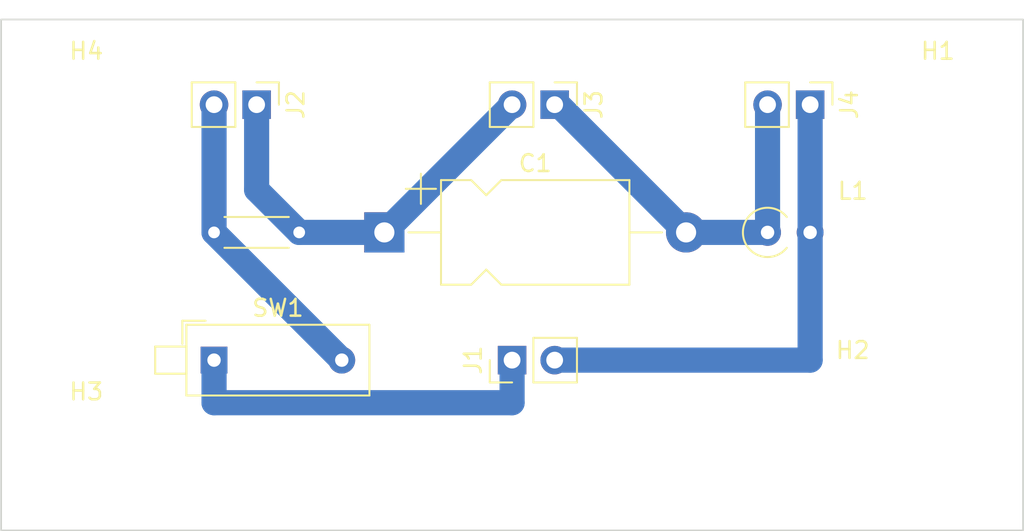
<source format=kicad_pcb>
(kicad_pcb (version 20221018) (generator pcbnew)
  (layers (0 "F.Cu" signal) (31 "B.Cu" signal) (34 "B.Paste" user) (35 "F.Paste" user) (36 "B.SilkS" user "B.Silkscreen") (37 "F.SilkS" user "F.Silkscreen") (38 "B.Mask" user) (39 "F.Mask" user) (44 "Edge.Cuts" user))
  (net 0 "")
  (net 1 "Net-(J2-Pin_1)")
  (net 2 "Net-(J3-Pin_1)")
  (net 3 "Net-(J1-Pin_1)")
  (net 4 "Net-(J1-Pin_2)")
  (net 5 "Net-(J2-Pin_2)")
  (footprint "MountingHole:MountingHole_2.2mm_M2" (layer "F.Cu") (at 187.96 68.58)
    (fp_text reference "H1" (at 0 -3.2) (layer "F.SilkS"))
    (fp_text value "MountingHole")
    (pad "" np_thru_hole circle (at 0 0) (size 2.2 2.2) (drill 2.2) (layers "*.Cu" "*.Mask"))
  )
  (footprint "Capacitor_THT:CP_Axial_L11.0mm_D6.0mm_P18.00mm_Horizontal" (layer "F.Cu") (at 154.94 76.2)
    (fp_text reference "C1" (at 9 -4.12) (layer "F.SilkS"))
    (fp_text value "C")
    (fp_line (start 1.28 -2.6) (end 3.08 -2.6) (stroke (width 0.12)) (layer "F.SilkS"))
    (fp_line (start 1.44 0) (end 3.38 0) (stroke (width 0.12)) (layer "F.SilkS"))
    (fp_line (start 2.18 -3.5) (end 2.18 -1.7) (stroke (width 0.12)) (layer "F.SilkS"))
    (fp_line (start 3.38 -3.12) (end 3.38 3.12) (stroke (width 0.12)) (layer "F.SilkS"))
    (fp_line (start 3.38 -3.12) (end 5.18 -3.12) (stroke (width 0.12)) (layer "F.SilkS"))
    (fp_line (start 3.38 3.12) (end 5.18 3.12) (stroke (width 0.12)) (layer "F.SilkS"))
    (fp_line (start 5.18 -3.12) (end 6.08 -2.22) (stroke (width 0.12)) (layer "F.SilkS"))
    (fp_line (start 5.18 3.12) (end 6.08 2.22) (stroke (width 0.12)) (layer "F.SilkS"))
    (fp_line (start 6.08 -2.22) (end 6.98 -3.12) (stroke (width 0.12)) (layer "F.SilkS"))
    (fp_line (start 6.08 2.22) (end 6.98 3.12) (stroke (width 0.12)) (layer "F.SilkS"))
    (fp_line (start 6.98 -3.12) (end 14.62 -3.12) (stroke (width 0.12)) (layer "F.SilkS"))
    (fp_line (start 6.98 3.12) (end 14.62 3.12) (stroke (width 0.12)) (layer "F.SilkS"))
    (fp_line (start 14.62 -3.12) (end 14.62 3.12) (stroke (width 0.12)) (layer "F.SilkS"))
    (fp_line (start 16.56 0) (end 14.62 0) (stroke (width 0.12)) (layer "F.SilkS"))
    (pad "1" thru_hole rect (at 0 0) (size 2.4 2.4) (drill 1.2) (layers "*.Cu" "*.Mask") (net 1 "Net-(J2-Pin_1)"))
    (pad "2" thru_hole oval (at 18 0) (size 2.4 2.4) (drill 1.2) (layers "*.Cu" "*.Mask") (net 2 "Net-(J3-Pin_1)"))
  )
  (footprint "Connector_PinHeader_2.54mm:PinHeader_1x02_P2.54mm_Vertical" (layer "F.Cu") (at 180.34 68.58 -90)
    (fp_text reference "J4" (at 0 -2.33 90) (layer "F.SilkS"))
    (fp_text value "Conn_01x02_Pin")
    (fp_line (start -1.33 -1.33) (end 0 -1.33) (stroke (width 0.12)) (layer "F.SilkS"))
    (fp_line (start -1.33 0) (end -1.33 -1.33) (stroke (width 0.12)) (layer "F.SilkS"))
    (fp_line (start -1.33 1.27) (end -1.33 3.87) (stroke (width 0.12)) (layer "F.SilkS"))
    (fp_line (start -1.33 1.27) (end 1.33 1.27) (stroke (width 0.12)) (layer "F.SilkS"))
    (fp_line (start -1.33 3.87) (end 1.33 3.87) (stroke (width 0.12)) (layer "F.SilkS"))
    (fp_line (start 1.33 1.27) (end 1.33 3.87) (stroke (width 0.12)) (layer "F.SilkS"))
    (pad "1" thru_hole rect (at 0 0 270) (size 1.7 1.7) (drill 1) (layers "*.Cu" "*.Mask") (net 4 "Net-(J1-Pin_2)"))
    (pad "2" thru_hole oval (at 0 2.54 270) (size 1.7 1.7) (drill 1) (layers "*.Cu" "*.Mask") (net 2 "Net-(J3-Pin_1)"))
  )
  (footprint "Button_Switch_THT:SW_DIP_SPSTx01_Piano_10.8x4.1mm_W7.62mm_P2.54mm" (layer "F.Cu") (at 144.78 83.82)
    (fp_text reference "SW1" (at 3.81 -3.11) (layer "F.SilkS"))
    (fp_text value "SW_SPST")
    (fp_line (start -3.51 -0.81) (end -3.51 0.81) (stroke (width 0.12)) (layer "F.SilkS"))
    (fp_line (start -3.51 -0.81) (end -1.65 -0.81) (stroke (width 0.12)) (layer "F.SilkS"))
    (fp_line (start -3.51 0.81) (end -1.65 0.81) (stroke (width 0.12)) (layer "F.SilkS"))
    (fp_line (start -1.89 -2.35) (end -1.89 -0.967) (stroke (width 0.12)) (layer "F.SilkS"))
    (fp_line (start -1.89 -2.35) (end -0.507 -2.35) (stroke (width 0.12)) (layer "F.SilkS"))
    (fp_line (start -1.65 -2.11) (end -1.65 2.11) (stroke (width 0.12)) (layer "F.SilkS"))
    (fp_line (start -1.65 -2.11) (end 9.27 -2.11) (stroke (width 0.12)) (layer "F.SilkS"))
    (fp_line (start -1.65 -0.81) (end -1.65 0.81) (stroke (width 0.12)) (layer "F.SilkS"))
    (fp_line (start -1.65 2.11) (end 9.27 2.11) (stroke (width 0.12)) (layer "F.SilkS"))
    (fp_line (start 9.27 -2.11) (end 9.27 2.11) (stroke (width 0.12)) (layer "F.SilkS"))
    (pad "1" thru_hole rect (at 0 0) (size 1.6 1.6) (drill 0.8) (layers "*.Cu" "*.Mask") (net 3 "Net-(J1-Pin_1)"))
    (pad "2" thru_hole oval (at 7.62 0) (size 1.6 1.6) (drill 0.8) (layers "*.Cu" "*.Mask") (net 5 "Net-(J2-Pin_2)"))
  )
  (footprint "Resistor_THT:R_Axial_DIN0204_L3.6mm_D1.6mm_P5.08mm_Horizontal" (layer "F.Cu") (at 144.78 76.2)
    (fp_text reference "R1" hide)
    (fp_text value "R")
    (fp_line (start 0.62 -0.92) (end 4.46 -0.92) (stroke (width 0.12)) (layer "F.SilkS"))
    (fp_line (start 0.62 0.92) (end 4.46 0.92) (stroke (width 0.12)) (layer "F.SilkS"))
    (pad "1" thru_hole circle (at 0 0) (size 1.4 1.4) (drill 0.7) (layers "*.Cu" "*.Mask") (net 5 "Net-(J2-Pin_2)"))
    (pad "2" thru_hole oval (at 5.08 0) (size 1.4 1.4) (drill 0.7) (layers "*.Cu" "*.Mask") (net 1 "Net-(J2-Pin_1)"))
  )
  (footprint "Connector_PinHeader_2.54mm:PinHeader_1x02_P2.54mm_Vertical" (layer "F.Cu") (at 147.32 68.58 -90)
    (fp_text reference "J2" (at 0 -2.33 90) (layer "F.SilkS"))
    (fp_text value "Conn_01x02_Pin")
    (fp_line (start -1.33 -1.33) (end 0 -1.33) (stroke (width 0.12)) (layer "F.SilkS"))
    (fp_line (start -1.33 0) (end -1.33 -1.33) (stroke (width 0.12)) (layer "F.SilkS"))
    (fp_line (start -1.33 1.27) (end -1.33 3.87) (stroke (width 0.12)) (layer "F.SilkS"))
    (fp_line (start -1.33 1.27) (end 1.33 1.27) (stroke (width 0.12)) (layer "F.SilkS"))
    (fp_line (start -1.33 3.87) (end 1.33 3.87) (stroke (width 0.12)) (layer "F.SilkS"))
    (fp_line (start 1.33 1.27) (end 1.33 3.87) (stroke (width 0.12)) (layer "F.SilkS"))
    (pad "1" thru_hole rect (at 0 0 270) (size 1.7 1.7) (drill 1) (layers "*.Cu" "*.Mask") (net 1 "Net-(J2-Pin_1)"))
    (pad "2" thru_hole oval (at 0 2.54 270) (size 1.7 1.7) (drill 1) (layers "*.Cu" "*.Mask") (net 5 "Net-(J2-Pin_2)"))
  )
  (footprint "MountingHole:MountingHole_2.2mm_M2" (layer "F.Cu") (at 187.96 88.9)
    (fp_text reference "H2" (at -5.08 -5.67) (layer "F.SilkS"))
    (fp_text value "MountingHole")
    (pad "" np_thru_hole circle (at 0 0) (size 2.2 2.2) (drill 2.2) (layers "*.Cu" "*.Mask"))
  )
  (footprint "MountingHole:MountingHole_2.2mm_M2" (layer "F.Cu") (at 137.16 68.58)
    (fp_text reference "H4" (at 0 -3.2) (layer "F.SilkS"))
    (fp_text value "MountingHole")
    (pad "" np_thru_hole circle (at 0 0) (size 2.2 2.2) (drill 2.2) (layers "*.Cu" "*.Mask"))
  )
  (footprint "Connector_PinHeader_2.54mm:PinHeader_1x02_P2.54mm_Vertical" (layer "F.Cu") (at 165.1 68.58 -90)
    (fp_text reference "J3" (at 0 -2.33 90) (layer "F.SilkS"))
    (fp_text value "Conn_01x02_Pin")
    (fp_line (start -1.33 -1.33) (end 0 -1.33) (stroke (width 0.12)) (layer "F.SilkS"))
    (fp_line (start -1.33 0) (end -1.33 -1.33) (stroke (width 0.12)) (layer "F.SilkS"))
    (fp_line (start -1.33 1.27) (end -1.33 3.87) (stroke (width 0.12)) (layer "F.SilkS"))
    (fp_line (start -1.33 1.27) (end 1.33 1.27) (stroke (width 0.12)) (layer "F.SilkS"))
    (fp_line (start -1.33 3.87) (end 1.33 3.87) (stroke (width 0.12)) (layer "F.SilkS"))
    (fp_line (start 1.33 1.27) (end 1.33 3.87) (stroke (width 0.12)) (layer "F.SilkS"))
    (pad "1" thru_hole rect (at 0 0 270) (size 1.7 1.7) (drill 1) (layers "*.Cu" "*.Mask") (net 2 "Net-(J3-Pin_1)"))
    (pad "2" thru_hole oval (at 0 2.54 270) (size 1.7 1.7) (drill 1) (layers "*.Cu" "*.Mask") (net 1 "Net-(J2-Pin_1)"))
  )
  (footprint "Connector_PinHeader_2.54mm:PinHeader_1x02_P2.54mm_Vertical" (layer "F.Cu") (at 162.56 83.82 90)
    (fp_text reference "J1" (at 0 -2.33 90) (layer "F.SilkS"))
    (fp_text value "Conn_01x02_Pin")
    (fp_line (start -1.33 -1.33) (end 0 -1.33) (stroke (width 0.12)) (layer "F.SilkS"))
    (fp_line (start -1.33 0) (end -1.33 -1.33) (stroke (width 0.12)) (layer "F.SilkS"))
    (fp_line (start -1.33 1.27) (end -1.33 3.87) (stroke (width 0.12)) (layer "F.SilkS"))
    (fp_line (start -1.33 1.27) (end 1.33 1.27) (stroke (width 0.12)) (layer "F.SilkS"))
    (fp_line (start -1.33 3.87) (end 1.33 3.87) (stroke (width 0.12)) (layer "F.SilkS"))
    (fp_line (start 1.33 1.27) (end 1.33 3.87) (stroke (width 0.12)) (layer "F.SilkS"))
    (pad "1" thru_hole rect (at 0 0 90) (size 1.7 1.7) (drill 1) (layers "*.Cu" "*.Mask") (net 3 "Net-(J1-Pin_1)"))
    (pad "2" thru_hole oval (at 0 2.54 90) (size 1.7 1.7) (drill 1) (layers "*.Cu" "*.Mask") (net 4 "Net-(J1-Pin_2)"))
  )
  (footprint "Inductor_THT:L_Axial_L6.6mm_D2.7mm_P2.54mm_Vertical_Vishay_IM-2" (layer "F.Cu") (at 177.8 76.2)
    (fp_text reference "L1" (at 5.08 -2.47) (layer "F.SilkS"))
    (fp_text value "L")
    (fp_arc (start 1.146516 0.92) (mid -1.47 0) (end 1.146516 -0.92) (stroke (width 0.12)) (layer "F.SilkS"))
    (pad "1" thru_hole circle (at 0 0) (size 1.6 1.6) (drill 0.8) (layers "*.Cu" "*.Mask") (net 2 "Net-(J3-Pin_1)"))
    (pad "2" thru_hole oval (at 2.54 0) (size 1.6 1.6) (drill 0.8) (layers "*.Cu" "*.Mask") (net 4 "Net-(J1-Pin_2)"))
  )
  (footprint "MountingHole:MountingHole_2.2mm_M2" (layer "F.Cu") (at 137.16 88.9)
    (fp_text reference "H3" (at 0 -3.2) (layer "F.SilkS"))
    (fp_text value "MountingHole")
    (pad "" np_thru_hole circle (at 0 0) (size 2.2 2.2) (drill 2.2) (layers "*.Cu" "*.Mask"))
  )
  (gr_rect (start 132.08 63.5) (end 193.04 93.98) (stroke (width 0.1)) (fill none) (layer "Edge.Cuts"))
  (segment (start 149.86 76.2) (end 154.94 76.2) (width 1.5) (layer "B.Cu") (net 1))
  (segment (start 154.94 76.2) (end 162.56 68.58) (width 1.5) (layer "B.Cu") (net 1))
  (segment (start 147.32 73.66) (end 149.86 76.2) (width 1.5) (layer "B.Cu") (net 1))
  (segment (start 147.32 68.58) (end 147.32 73.66) (width 1.5) (layer "B.Cu") (net 1))
  (segment (start 177.8 68.58) (end 177.8 76.2) (width 1.5) (layer "B.Cu") (net 2))
  (segment (start 165.32 68.58) (end 172.94 76.2) (width 1.5) (layer "B.Cu") (net 2))
  (segment (start 172.94 76.2) (end 177.8 76.2) (width 1.5) (layer "B.Cu") (net 2))
  (segment (start 144.78 86.36) (end 162.56 86.36) (width 1.5) (layer "B.Cu") (net 3))
  (segment (start 144.78 83.82) (end 144.78 86.36) (width 1.5) (layer "B.Cu") (net 3))
  (segment (start 162.56 86.36) (end 162.56 83.82) (width 1.5) (layer "B.Cu") (net 3))
  (segment (start 180.34 68.58) (end 180.34 76.2) (width 1.5) (layer "B.Cu") (net 4))
  (segment (start 180.34 83.82) (end 180.34 76.2) (width 1.5) (layer "B.Cu") (net 4))
  (segment (start 165.1 83.82) (end 180.34 83.82) (width 1.5) (layer "B.Cu") (net 4))
  (segment (start 144.78 76.2) (end 152.4 83.82) (width 1.5) (layer "B.Cu") (net 5))
  (segment (start 144.78 76.2) (end 144.78 68.58) (width 1.5) (layer "B.Cu") (net 5))
)
</source>
